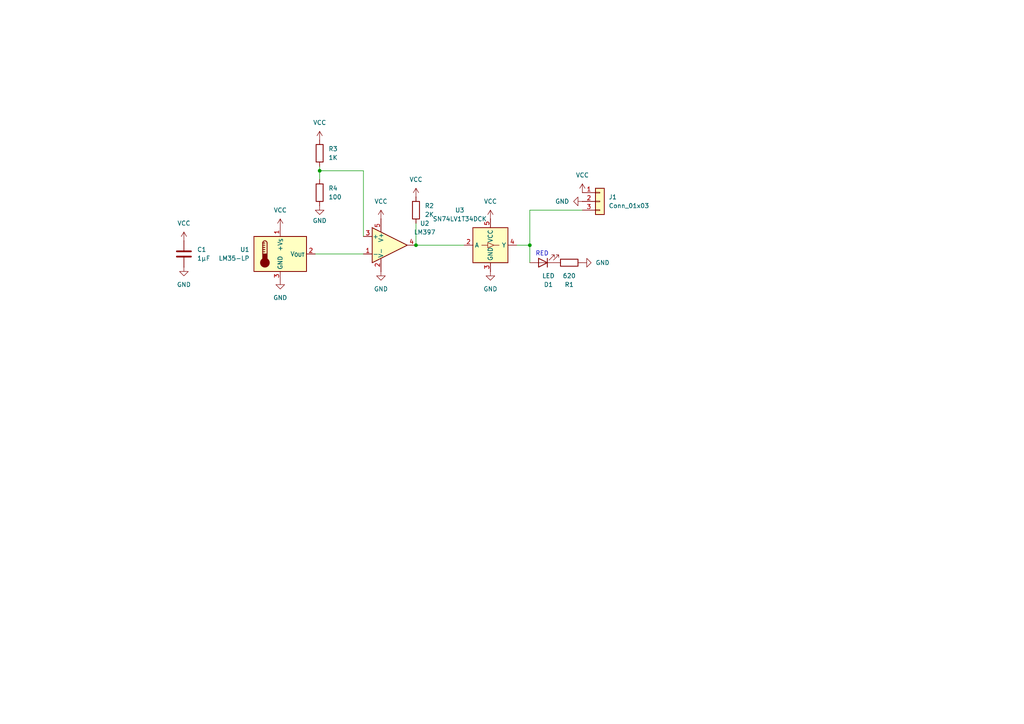
<source format=kicad_sch>
(kicad_sch (version 20250114) (generator "eeschema") (generator_version "9.0")
  (paper "A4")
  (lib_symbols
    (symbol "Comparator:LM397" (pin_names (offset 0.127))
      (property "Reference" "U" (at 1.27 5.08 0))
      (property "Value" "LM397" (at 3.81 -5.08 0))
      (symbol "LM397_0_1"
        (polyline (pts (xy -5.08 5.08) (xy 5.08 0) (xy -5.08 -5.08) (xy -5.08 5.08)) (stroke (width 0.254)) (fill (type background)))
      )
      (symbol "LM397_1_1"
        (pin input line (at -7.62 2.54 0) (length 2.54) (name "+") (number "3"))
        (pin input line (at -7.62 -2.54 0) (length 2.54) (name "-") (number "1"))
        (pin power_in line (at -2.54 7.62 270) (length 3.81) (name "V+") (number "5"))
        (pin power_in line (at -2.54 -7.62 90) (length 3.81) (name "V-") (number "2"))
        (pin open_collector line (at 7.62 0 180) (length 2.54) (name "~") (number "4"))
      )
    )
    (symbol "Connector_Generic:Conn_01x03" (pin_names (offset 1.016) (hide yes))
      (property "Reference" "J" (at 0 5.08 0))
      (property "Value" "Conn_01x03" (at 0 -5.08 0))
      (symbol "Conn_01x03_1_1"
        (rectangle (start -1.27 3.81) (end 1.27 -3.81) (stroke (width 0.254)) (fill (type background)))
        (rectangle (start -1.27 2.667) (end 0 2.413) (stroke (width 0.1524)))
        (rectangle (start -1.27 0.127) (end 0 -0.127) (stroke (width 0.1524)))
        (rectangle (start -1.27 -2.413) (end 0 -2.667) (stroke (width 0.1524)))
        (pin passive line (at -5.08 2.54 0) (length 3.81) (name "Pin_1") (number "1"))
        (pin passive line (at -5.08 0 0) (length 3.81) (name "Pin_2") (number "2"))
        (pin passive line (at -5.08 -2.54 0) (length 3.81) (name "Pin_3") (number "3"))
      )
    )
    (symbol "Device:C" (pin_numbers (hide yes)) (pin_names (offset 0.254))
      (property "Reference" "C" (at 0.635 2.54 0))
      (property "Value" "C" (at 0.635 -2.54 0))
      (symbol "C_0_1"
        (polyline (pts (xy -2.032 0.762) (xy 2.032 0.762)) (stroke (width 0.508)))
        (polyline (pts (xy -2.032 -0.762) (xy 2.032 -0.762)) (stroke (width 0.508)))
      )
      (symbol "C_1_1"
        (pin passive line (at 0 3.81 270) (length 2.794) (name "~") (number "1"))
        (pin passive line (at 0 -3.81 90) (length 2.794) (name "~") (number "2"))
      )
    )
    (symbol "Device:LED" (pin_numbers (hide yes)) (pin_names (offset 1.016) (hide yes))
      (property "Reference" "D" (at 0 2.54 0))
      (property "Value" "LED" (at 0 -2.54 0))
      (symbol "LED_0_1"
        (polyline (pts (xy -3.048 -0.762) (xy -4.572 -2.286) (xy -3.81 -2.286) (xy -4.572 -2.286) (xy -4.572 -1.524)))
        (polyline (pts (xy -1.778 -0.762) (xy -3.302 -2.286) (xy -2.54 -2.286) (xy -3.302 -2.286) (xy -3.302 -1.524)))
        (polyline (pts (xy -1.27 0) (xy 1.27 0)))
        (polyline (pts (xy -1.27 -1.27) (xy -1.27 1.27)) (stroke (width 0.254)))
        (polyline (pts (xy 1.27 -1.27) (xy 1.27 1.27) (xy -1.27 0) (xy 1.27 -1.27)) (stroke (width 0.254)))
      )
      (symbol "LED_1_1"
        (pin passive line (at -3.81 0 0) (length 2.54) (name "K") (number "1"))
        (pin passive line (at 3.81 0 180) (length 2.54) (name "A") (number "2"))
      )
    )
    (symbol "Device:R" (pin_numbers (hide yes)) (pin_names (offset 0))
      (property "Reference" "R" (at 2.032 0 90))
      (property "Value" "R" (at 0 0 90))
      (symbol "R_0_1"
        (rectangle (start -1.016 -2.54) (end 1.016 2.54) (stroke (width 0.254)))
      )
      (symbol "R_1_1"
        (pin passive line (at 0 3.81 270) (length 1.27) (name "~") (number "1"))
        (pin passive line (at 0 -3.81 90) (length 1.27) (name "~") (number "2"))
      )
    )
    (symbol "Logic_LevelTranslator:SN74LV1T34DCK"
      (property "Reference" "U" (at 5.08 6.35 0))
      (property "Value" "SN74LV1T34DCK" (at 5.08 3.81 0))
      (symbol "SN74LV1T34DCK_0_1"
        (rectangle (start -5.08 5.08) (end 5.08 -5.08) (stroke (width 0.254)) (fill (type background)))
        (polyline (pts (xy -0.762 0) (xy -2.54 0)))
        (polyline (pts (xy 1.016 0) (xy 2.54 0)))
      )
      (symbol "SN74LV1T34DCK_1_1"
        (polyline (pts (xy -0.762 -0.762) (xy -0.762 0.762) (xy 1.016 0) (xy -0.762 -0.762)))
        (pin input line (at -7.62 0 0) (length 2.54) (name "A") (number "2"))
        (pin no_connect line (at -5.08 2.54 0) (length 2.54) (hide yes) (name "NC") (number "1"))
        (pin power_in line (at 0 7.62 270) (length 2.54) (name "VCC") (number "5"))
        (pin power_in line (at 0 -7.62 90) (length 2.54) (name "GND") (number "3"))
        (pin output line (at 7.62 0 180) (length 2.54) (name "Y") (number "4"))
      )
    )
    (symbol "Sensor_Temperature:LM35-LP"
      (property "Reference" "U" (at -6.35 6.35 0))
      (property "Value" "LM35-LP" (at 1.27 6.35 0))
      (symbol "LM35-LP_0_1"
        (rectangle (start -7.62 5.08) (end 7.62 -5.08) (stroke (width 0.254)) (fill (type background)))
        (polyline (pts (xy -5.08 3.175) (xy -5.08 0)) (stroke (width 0.254)))
        (polyline (pts (xy -5.08 3.175) (xy -4.445 3.175)) (stroke (width 0.254)))
        (polyline (pts (xy -5.08 2.54) (xy -4.445 2.54)) (stroke (width 0.254)))
        (polyline (pts (xy -5.08 1.905) (xy -4.445 1.905)) (stroke (width 0.254)))
        (polyline (pts (xy -5.08 1.27) (xy -4.445 1.27)) (stroke (width 0.254)))
        (polyline (pts (xy -5.08 0.635) (xy -4.445 0.635)) (stroke (width 0.254)))
        (arc (start -5.08 3.175) (mid -4.445 3.8073) (end -3.81 3.175) (stroke (width 0.254)))
        (circle (center -4.445 -2.54) (radius 1.27) (stroke (width 0.254)) (fill (type outline)))
        (polyline (pts (xy -3.81 3.175) (xy -3.81 0)) (stroke (width 0.254)))
        (rectangle (start -3.81 -1.905) (end -5.08 0) (stroke (width 0.254)) (fill (type outline)))
      )
      (symbol "LM35-LP_1_1"
        (pin power_in line (at 0 7.62 270) (length 2.54) (name "+V_{S}") (number "1"))
        (pin power_in line (at 0 -7.62 90) (length 2.54) (name "GND") (number "3"))
        (pin output line (at 10.16 0 180) (length 2.54) (name "V_{OUT}") (number "2"))
      )
    )
    (symbol "power:GND" (power) (pin_numbers (hide yes)) (pin_names (offset 0) (hide yes))
      (property "Value" "GND" (at 0 -3.81 0))
      (symbol "GND_0_1"
        (polyline (pts (xy 0 0) (xy 0 -1.27) (xy 1.27 -1.27) (xy 0 -2.54) (xy -1.27 -1.27) (xy 0 -1.27)))
      )
      (symbol "GND_1_1"
        (pin power_in line (at 0 0 270) (length 0) (name "~") (number "1"))
      )
    )
    (symbol "power:VCC" (power) (pin_numbers (hide yes)) (pin_names (offset 0) (hide yes))
      (property "Value" "VCC" (at 0 3.556 0))
      (symbol "VCC_0_1"
        (polyline (pts (xy -0.762 1.27) (xy 0 2.54)))
        (polyline (pts (xy 0 2.54) (xy 0.762 1.27)))
        (polyline (pts (xy 0 0) (xy 0 2.54)))
      )
      (symbol "VCC_1_1"
        (pin power_in line (at 0 0 90) (length 0) (name "~") (number "1"))
      )
    )
  )
  (text "RED" (at 157.226 73.66 0) (effects (font (size 1.27 1.27))))
  (junction (at 120.65 71.12))
  (junction (at 153.67 71.12))
  (junction (at 92.71 49.53))
  (wire (pts (xy 91.44 73.66) (xy 105.41 73.66)))
  (wire (pts (xy 149.86 71.12) (xy 153.67 71.12)))
  (wire (pts (xy 120.65 64.77) (xy 120.65 71.12)))
  (wire (pts (xy 153.67 60.96) (xy 153.67 71.12)))
  (wire (pts (xy 92.71 49.53) (xy 92.71 52.07)))
  (wire (pts (xy 105.41 68.58) (xy 105.41 49.53)))
  (wire (pts (xy 105.41 49.53) (xy 92.71 49.53)))
  (wire (pts (xy 168.91 60.96) (xy 153.67 60.96)))
  (wire (pts (xy 120.65 71.12) (xy 134.62 71.12)))
  (wire (pts (xy 153.67 71.12) (xy 153.67 76.2)))
  (wire (pts (xy 92.71 49.53) (xy 92.71 48.26)))
  (symbol (lib_id "power:GND") (at 53.34 77.47 0) (unit 1)
    (property "Reference" "#PWR06" (effects (hide yes)))
    (property "Value" "GND" (at 53.34 82.55 0))
    (property "Description" "Power symbol creates a global label with name \"GND\" , ground" (effects (hide yes)))
  )
  (symbol (lib_id "power:GND") (at 168.91 76.2 90) (unit 1)
    (property "Reference" "#PWR012" (effects (hide yes)))
    (property "Value" "GND" (at 172.72 76.1999 90) (effects (justify right)))
    (property "Description" "Power symbol creates a global label with name \"GND\" , ground" (effects (hide yes)))
  )
  (symbol (lib_id "power:GND") (at 142.24 78.74 0) (unit 1)
    (property "Reference" "#PWR011" (effects (hide yes)))
    (property "Value" "GND" (at 142.24 83.82 0))
    (property "Description" "Power symbol creates a global label with name \"GND\" , ground" (effects (hide yes)))
  )
  (symbol (lib_id "Device:R") (at 165.1 76.2 270) (unit 1)
    (property "Reference" "R1" (at 165.1 82.55 90))
    (property "Value" "620" (at 165.1 80.01 90))
    (property "Footprint" "Resistor_SMD:R_1206_3216Metric_Pad1.30x1.75mm_HandSolder" (effects (hide yes)))
    (property "VerilogCode" "assign _1 = _2;" (effects (hide yes)))
  )
  (symbol (lib_id "Logic_LevelTranslator:SN74LV1T34DCK") (at 142.24 71.12 0) (unit 1)
    (property "Reference" "U3" (at 133.35 60.96 0))
    (property "Value" "SN74LV1T34DCK" (at 133.35 63.5 0))
    (property "Footprint" "Package_TO_SOT_SMD:SOT-23-5" (effects (hide yes)))
    (property "Datasheet" "https://www.ti.com/lit/ds/symlink/sn74lv1t34.pdf" (effects (hide yes)))
    (property "VerilogCode" "assign Y = A;" (effects (hide yes)))
  )
  (symbol (lib_id "power:GND") (at 81.28 81.28 0) (unit 1)
    (property "Reference" "#PWR04" (effects (hide yes)))
    (property "Value" "GND" (at 81.28 86.36 0))
    (property "Description" "Power symbol creates a global label with name \"GND\" , ground" (effects (hide yes)))
  )
  (symbol (lib_id "power:GND") (at 92.71 59.69 0) (unit 1)
    (property "Reference" "#PWR014" (effects (hide yes)))
    (property "Value" "GND" (at 92.71 64.008 0))
    (property "Description" "Power symbol creates a global label with name \"GND\" , ground" (effects (hide yes)))
  )
  (symbol (lib_id "Connector_Generic:Conn_01x03") (at 173.99 58.42 0) (unit 1)
    (property "Reference" "J1" (at 176.53 57.1499 0) (effects (justify left)))
    (property "Value" "Conn_01x03" (at 176.53 59.6899 0) (effects (justify left)))
    (property "Footprint" "Connector_PinHeader_2.54mm:PinHeader_1x03_P2.54mm_Vertical" (effects (hide yes)))
    (property "Description" "Generic connector, single row, 01x03, script generated (kicad-library-utils/schlib/autogen/connector/)" (effects (hide yes)))
  )
  (symbol (lib_id "Device:C") (at 53.34 73.66 180) (unit 1)
    (property "Reference" "C1" (at 57.15 72.3899 0) (effects (justify right)))
    (property "Value" "1µF" (at 57.15 74.9299 0) (effects (justify right)))
    (property "Footprint" "Capacitor_SMD:C_0805_2012Metric_Pad1.18x1.45mm_HandSolder" (effects (hide yes)))
  )
  (symbol (lib_id "power:GND") (at 110.49 78.74 0) (unit 1)
    (property "Reference" "#PWR08" (effects (hide yes)))
    (property "Value" "GND" (at 110.49 83.82 0))
    (property "Description" "Power symbol creates a global label with name \"GND\" , ground" (effects (hide yes)))
  )
  (symbol (lib_id "Comparator:LM397") (at 113.03 71.12 0) (unit 1)
    (property "Reference" "U2" (at 123.19 64.8014 0))
    (property "Value" "LM397" (at 123.19 67.3414 0))
    (property "Footprint" "Package_TO_SOT_SMD:SOT-23-5" (effects (hide yes)))
    (property "Datasheet" "http://www.ti.com/lit/ds/symlink/lm397.pdf" (effects (hide yes)))
    (property "Description" "Single General-Purpose Voltage Comparator with Open-Collector Output, SOT-23-5" (effects (hide yes)))
  )
  (symbol (lib_id "Sensor_Temperature:LM35-LP") (at 81.28 73.66 0) (unit 1)
    (property "Reference" "U1" (at 72.39 72.3899 0) (effects (justify right)))
    (property "Value" "LM35-LP" (at 72.39 74.9299 0) (effects (justify right)))
    (property "Footprint" "Package_TO_SOT_THT:TO-92_Inline" (effects (hide yes)))
    (property "Datasheet" "http://www.ti.com/lit/ds/symlink/lm35.pdf" (effects (hide yes)))
    (property "Description" "Precision centigrade temperature sensor, TO-92" (effects (hide yes)))
  )
  (symbol (lib_id "Device:R") (at 120.65 60.96 0) (unit 1)
    (property "Reference" "R2" (at 123.19 59.6899 0) (effects (justify left)))
    (property "Value" "2K" (at 123.19 62.2299 0) (effects (justify left)))
    (property "Footprint" "Resistor_SMD:R_1206_3216Metric_Pad1.30x1.75mm_HandSolder" (effects (hide yes)))
    (property "VerilogCode" "assign _1 = _2;" (effects (hide yes)))
  )
  (symbol (lib_id "power:VCC") (at 168.91 55.88 0) (unit 1)
    (property "Reference" "#PWR01" (effects (hide yes)))
    (property "Value" "VCC" (at 168.91 50.8 0))
    (property "Description" "Power symbol creates a global label with name \"VCC\"" (effects (hide yes)))
  )
  (symbol (lib_id "power:VCC") (at 81.28 66.04 0) (unit 1)
    (property "Reference" "#PWR03" (effects (hide yes)))
    (property "Value" "VCC" (at 81.28 60.96 0))
    (property "Description" "Power symbol creates a global label with name \"VCC\"" (effects (hide yes)))
  )
  (symbol (lib_id "power:VCC") (at 110.49 63.5 0) (unit 1)
    (property "Reference" "#PWR07" (effects (hide yes)))
    (property "Value" "VCC" (at 110.49 58.42 0))
    (property "Description" "Power symbol creates a global label with name \"VCC\"" (effects (hide yes)))
  )
  (symbol (lib_id "power:VCC") (at 92.71 40.64 0) (unit 1)
    (property "Reference" "#PWR013" (effects (hide yes)))
    (property "Value" "VCC" (at 92.71 35.56 0))
    (property "Description" "Power symbol creates a global label with name \"VCC\"" (effects (hide yes)))
  )
  (symbol (lib_id "power:VCC") (at 142.24 63.5 0) (unit 1)
    (property "Reference" "#PWR010" (effects (hide yes)))
    (property "Value" "VCC" (at 142.24 58.42 0))
    (property "Description" "Power symbol creates a global label with name \"VCC\"" (effects (hide yes)))
  )
  (symbol (lib_id "power:GND") (at 168.91 58.42 270) (unit 1)
    (property "Reference" "#PWR02" (effects (hide yes)))
    (property "Value" "GND" (at 165.1 58.4199 90) (effects (justify right)))
    (property "Description" "Power symbol creates a global label with name \"GND\" , ground" (effects (hide yes)))
  )
  (symbol (lib_id "Device:LED") (at 157.48 76.2 180) (unit 1)
    (property "Reference" "D1" (at 159.0675 82.55 0))
    (property "Value" "LED" (at 159.0675 80.01 0))
    (property "Footprint" "LED_SMD:LED_1206_3216Metric_Pad1.42x1.75mm_HandSolder" (effects (hide yes)))
  )
  (symbol (lib_id "Device:R") (at 92.71 44.45 0) (unit 1)
    (property "Reference" "R3" (at 95.25 43.1799 0) (effects (justify left)))
    (property "Value" "1K" (at 95.25 45.7199 0) (effects (justify left)))
    (property "Footprint" "Resistor_SMD:R_1206_3216Metric_Pad1.30x1.75mm_HandSolder" (effects (hide yes)))
    (property "VerilogCode" "assign _1 = _2;" (effects (hide yes)))
  )
  (symbol (lib_id "power:VCC") (at 120.65 57.15 0) (unit 1)
    (property "Reference" "#PWR09" (effects (hide yes)))
    (property "Value" "VCC" (at 120.65 52.07 0))
    (property "Description" "Power symbol creates a global label with name \"VCC\"" (effects (hide yes)))
  )
  (symbol (lib_id "Device:R") (at 92.71 55.88 0) (unit 1)
    (property "Reference" "R4" (at 95.25 54.6099 0) (effects (justify left)))
    (property "Value" "100" (at 95.25 57.1499 0) (effects (justify left)))
    (property "Footprint" "Resistor_SMD:R_1206_3216Metric_Pad1.30x1.75mm_HandSolder" (effects (hide yes)))
    (property "VerilogCode" "assign _1 = _2;" (effects (hide yes)))
  )
  (symbol (lib_id "power:VCC") (at 53.34 69.85 0) (unit 1)
    (property "Reference" "#PWR05" (effects (hide yes)))
    (property "Value" "VCC" (at 53.34 64.77 0))
    (property "Description" "Power symbol creates a global label with name \"VCC\"" (effects (hide yes)))
  )
)
</source>
